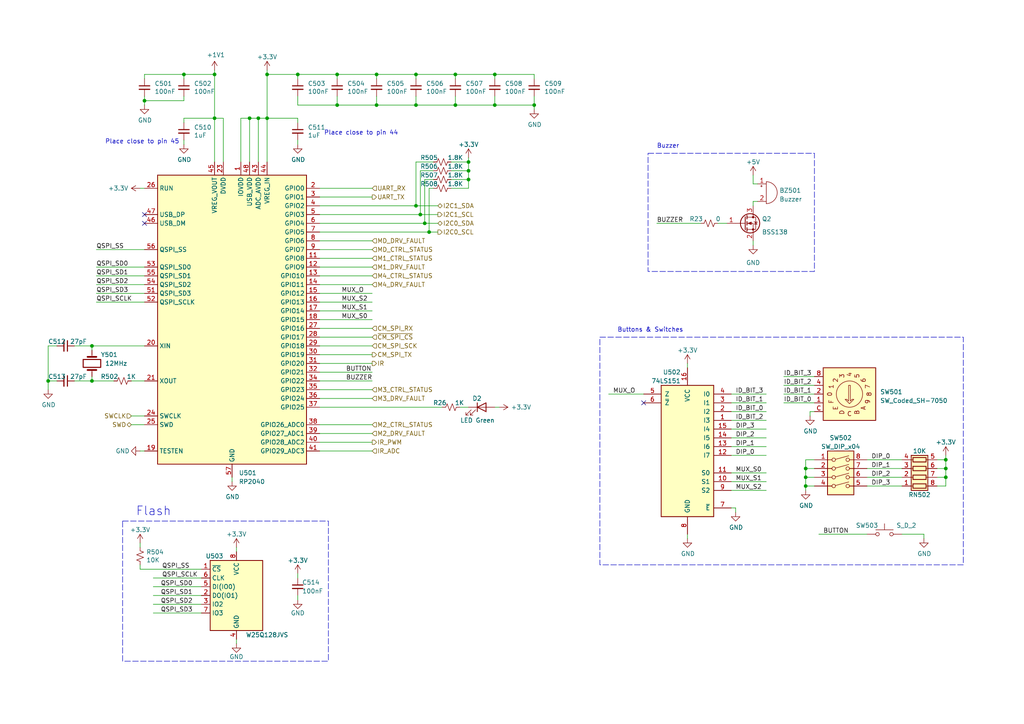
<source format=kicad_sch>
(kicad_sch (version 20230121) (generator eeschema)
  (paper "A4")
  (lib_symbols
    (symbol "74xx:74LS151" (pin_names (offset 1.016))
      (property "Reference" "U" (at -7.62 19.05 0))
      (property "Value" "74LS151" (at -7.62 -21.59 0))
      (symbol "74LS151_1_0"
        (pin input line (at -12.7 7.62 0) (length 5.08) (name "I3") (number "1"))
        (pin input line (at -12.7 -10.16 0) (length 5.08) (name "S1") (number "10"))
        (pin input line (at -12.7 -7.62 0) (length 5.08) (name "S0") (number "11"))
        (pin input line (at -12.7 -2.54 0) (length 5.08) (name "I7") (number "12"))
        (pin input line (at -12.7 0 0) (length 5.08) (name "I6") (number "13"))
        (pin input line (at -12.7 2.54 0) (length 5.08) (name "I5") (number "14"))
        (pin input line (at -12.7 5.08 0) (length 5.08) (name "I4") (number "15"))
        (pin power_in line (at 0 22.86 270) (length 5.08) (name "VCC") (number "16"))
        (pin input line (at -12.7 10.16 0) (length 5.08) (name "I2") (number "2"))
        (pin input line (at -12.7 12.7 0) (length 5.08) (name "I1") (number "3"))
        (pin input line (at -12.7 15.24 0) (length 5.08) (name "I0") (number "4"))
        (pin output line (at 12.7 15.24 180) (length 5.08) (name "Z") (number "5"))
        (pin output line (at 12.7 12.7 180) (length 5.08) (name "~{Z}") (number "6"))
        (pin input line (at -12.7 -17.78 0) (length 5.08) (name "~{E}") (number "7"))
        (pin power_in line (at 0 -25.4 90) (length 5.08) (name "GND") (number "8"))
        (pin input line (at -12.7 -12.7 0) (length 5.08) (name "S2") (number "9"))
      )
      (symbol "74LS151_1_1"
        (rectangle (start -7.62 17.78) (end 7.62 -20.32) (stroke (width 0.254)) (fill (type background)))
      )
    )
    (symbol "Device:Buzzer" (pin_names (offset 0.0254) hide)
      (property "Reference" "BZ" (at 3.81 1.27 0))
      (property "Value" "Buzzer" (at 3.81 -1.27 0))
      (symbol "Buzzer_0_1"
        (arc (start 0 -3.175) (mid 3.1612 0) (end 0 3.175))
        (polyline (pts (xy -1.651 1.905) (xy -1.143 1.905)))
        (polyline (pts (xy -1.397 2.159) (xy -1.397 1.651)))
        (polyline (pts (xy 0 3.175) (xy 0 -3.175)))
      )
      (symbol "Buzzer_1_1"
        (pin passive line (at -2.54 2.54 0) (length 2.54) (name "-") (number "1"))
        (pin passive line (at -2.54 -2.54 0) (length 2.54) (name "+") (number "2"))
      )
    )
    (symbol "Device:C_Small" (pin_numbers hide) (pin_names (offset 0.254) hide)
      (property "Reference" "C" (at 0.254 1.778 0))
      (property "Value" "C_Small" (at 0.254 -2.032 0))
      (symbol "C_Small_0_1"
        (polyline (pts (xy -1.524 -0.508) (xy 1.524 -0.508)) (stroke (width 0.3302)))
        (polyline (pts (xy -1.524 0.508) (xy 1.524 0.508)) (stroke (width 0.3048)))
      )
      (symbol "C_Small_1_1"
        (pin passive line (at 0 2.54 270) (length 2.032) (name "~") (number "1"))
        (pin passive line (at 0 -2.54 90) (length 2.032) (name "~") (number "2"))
      )
    )
    (symbol "Device:Crystal" (pin_numbers hide) (pin_names (offset 1.016) hide)
      (property "Reference" "Y" (at 0 3.81 0))
      (property "Value" "Crystal" (at 0 -3.81 0))
      (symbol "Crystal_0_1"
        (rectangle (start -1.143 2.54) (end 1.143 -2.54) (stroke (width 0.3048)))
        (polyline (pts (xy -2.54 0) (xy -1.905 0)))
        (polyline (pts (xy -1.905 -1.27) (xy -1.905 1.27)) (stroke (width 0.508)))
        (polyline (pts (xy 1.905 -1.27) (xy 1.905 1.27)) (stroke (width 0.508)))
        (polyline (pts (xy 2.54 0) (xy 1.905 0)))
      )
      (symbol "Crystal_1_1"
        (pin passive line (at -3.81 0 0) (length 1.27) (name "1") (number "1"))
        (pin passive line (at 3.81 0 180) (length 1.27) (name "2") (number "2"))
      )
    )
    (symbol "Device:LED" (pin_numbers hide) (pin_names (offset 1.016) hide)
      (property "Reference" "D" (at 0 2.54 0))
      (property "Value" "LED" (at 0 -2.54 0))
      (symbol "LED_0_1"
        (polyline (pts (xy -1.27 -1.27) (xy -1.27 1.27)) (stroke (width 0.254)))
        (polyline (pts (xy -1.27 0) (xy 1.27 0)))
        (polyline (pts (xy 1.27 -1.27) (xy 1.27 1.27) (xy -1.27 0) (xy 1.27 -1.27)) (stroke (width 0.254)))
        (polyline (pts (xy -3.048 -0.762) (xy -4.572 -2.286) (xy -3.81 -2.286) (xy -4.572 -2.286) (xy -4.572 -1.524)))
        (polyline (pts (xy -1.778 -0.762) (xy -3.302 -2.286) (xy -2.54 -2.286) (xy -3.302 -2.286) (xy -3.302 -1.524)))
      )
      (symbol "LED_1_1"
        (pin passive line (at -3.81 0 0) (length 2.54) (name "K") (number "1"))
        (pin passive line (at 3.81 0 180) (length 2.54) (name "A") (number "2"))
      )
    )
    (symbol "Device:R_Pack04" (pin_names (offset 0) hide)
      (property "Reference" "RN" (at -7.62 0 90))
      (property "Value" "R_Pack04" (at 5.08 0 90))
      (symbol "R_Pack04_0_1"
        (rectangle (start -6.35 -2.413) (end 3.81 2.413) (stroke (width 0.254)) (fill (type background)))
        (rectangle (start -5.715 1.905) (end -4.445 -1.905) (stroke (width 0.254)))
        (rectangle (start -3.175 1.905) (end -1.905 -1.905) (stroke (width 0.254)))
        (rectangle (start -0.635 1.905) (end 0.635 -1.905) (stroke (width 0.254)))
        (polyline (pts (xy -5.08 -2.54) (xy -5.08 -1.905)))
        (polyline (pts (xy -5.08 1.905) (xy -5.08 2.54)))
        (polyline (pts (xy -2.54 -2.54) (xy -2.54 -1.905)))
        (polyline (pts (xy -2.54 1.905) (xy -2.54 2.54)))
        (polyline (pts (xy 0 -2.54) (xy 0 -1.905)))
        (polyline (pts (xy 0 1.905) (xy 0 2.54)))
        (polyline (pts (xy 2.54 -2.54) (xy 2.54 -1.905)))
        (polyline (pts (xy 2.54 1.905) (xy 2.54 2.54)))
        (rectangle (start 1.905 1.905) (end 3.175 -1.905) (stroke (width 0.254)))
      )
      (symbol "R_Pack04_1_1"
        (pin passive line (at -5.08 -5.08 90) (length 2.54) (name "R1.1") (number "1"))
        (pin passive line (at -2.54 -5.08 90) (length 2.54) (name "R2.1") (number "2"))
        (pin passive line (at 0 -5.08 90) (length 2.54) (name "R3.1") (number "3"))
        (pin passive line (at 2.54 -5.08 90) (length 2.54) (name "R4.1") (number "4"))
        (pin passive line (at 2.54 5.08 270) (length 2.54) (name "R4.2") (number "5"))
        (pin passive line (at 0 5.08 270) (length 2.54) (name "R3.2") (number "6"))
        (pin passive line (at -2.54 5.08 270) (length 2.54) (name "R2.2") (number "7"))
        (pin passive line (at -5.08 5.08 270) (length 2.54) (name "R1.2") (number "8"))
      )
    )
    (symbol "Device:R_Small_US" (pin_numbers hide) (pin_names (offset 0.254) hide)
      (property "Reference" "R" (at 0.762 0.508 0))
      (property "Value" "R_Small_US" (at 0.762 -1.016 0))
      (symbol "R_Small_US_1_1"
        (polyline (pts (xy 0 0) (xy 1.016 -0.381) (xy 0 -0.762) (xy -1.016 -1.143) (xy 0 -1.524)))
        (polyline (pts (xy 0 1.524) (xy 1.016 1.143) (xy 0 0.762) (xy -1.016 0.381) (xy 0 0)))
        (pin passive line (at 0 2.54 270) (length 1.016) (name "~") (number "1"))
        (pin passive line (at 0 -2.54 90) (length 1.016) (name "~") (number "2"))
      )
    )
    (symbol "MCU_RaspberryPi:RP2040"
      (property "Reference" "U" (at 17.78 45.72 0))
      (property "Value" "RP2040" (at 17.78 43.18 0))
      (symbol "RP2040_0_1"
        (rectangle (start -21.59 41.91) (end 21.59 -41.91) (stroke (width 0.254)) (fill (type background)))
      )
      (symbol "RP2040_1_1"
        (pin power_in line (at 2.54 45.72 270) (length 3.81) (name "IOVDD") (number "1"))
        (pin passive line (at 2.54 45.72 270) (length 3.81) hide (name "IOVDD") (number "10"))
        (pin bidirectional line (at 25.4 17.78 180) (length 3.81) (name "GPIO8") (number "11"))
        (pin bidirectional line (at 25.4 15.24 180) (length 3.81) (name "GPIO9") (number "12"))
        (pin bidirectional line (at 25.4 12.7 180) (length 3.81) (name "GPIO10") (number "13"))
        (pin bidirectional line (at 25.4 10.16 180) (length 3.81) (name "GPIO11") (number "14"))
        (pin bidirectional line (at 25.4 7.62 180) (length 3.81) (name "GPIO12") (number "15"))
        (pin bidirectional line (at 25.4 5.08 180) (length 3.81) (name "GPIO13") (number "16"))
        (pin bidirectional line (at 25.4 2.54 180) (length 3.81) (name "GPIO14") (number "17"))
        (pin bidirectional line (at 25.4 0 180) (length 3.81) (name "GPIO15") (number "18"))
        (pin input line (at -25.4 -38.1 0) (length 3.81) (name "TESTEN") (number "19"))
        (pin bidirectional line (at 25.4 38.1 180) (length 3.81) (name "GPIO0") (number "2"))
        (pin input line (at -25.4 -7.62 0) (length 3.81) (name "XIN") (number "20"))
        (pin passive line (at -25.4 -17.78 0) (length 3.81) (name "XOUT") (number "21"))
        (pin passive line (at 2.54 45.72 270) (length 3.81) hide (name "IOVDD") (number "22"))
        (pin power_in line (at -2.54 45.72 270) (length 3.81) (name "DVDD") (number "23"))
        (pin input line (at -25.4 -27.94 0) (length 3.81) (name "SWCLK") (number "24"))
        (pin bidirectional line (at -25.4 -30.48 0) (length 3.81) (name "SWD") (number "25"))
        (pin input line (at -25.4 38.1 0) (length 3.81) (name "RUN") (number "26"))
        (pin bidirectional line (at 25.4 -2.54 180) (length 3.81) (name "GPIO16") (number "27"))
        (pin bidirectional line (at 25.4 -5.08 180) (length 3.81) (name "GPIO17") (number "28"))
        (pin bidirectional line (at 25.4 -7.62 180) (length 3.81) (name "GPIO18") (number "29"))
        (pin bidirectional line (at 25.4 35.56 180) (length 3.81) (name "GPIO1") (number "3"))
        (pin bidirectional line (at 25.4 -10.16 180) (length 3.81) (name "GPIO19") (number "30"))
        (pin bidirectional line (at 25.4 -12.7 180) (length 3.81) (name "GPIO20") (number "31"))
        (pin bidirectional line (at 25.4 -15.24 180) (length 3.81) (name "GPIO21") (number "32"))
        (pin passive line (at 2.54 45.72 270) (length 3.81) hide (name "IOVDD") (number "33"))
        (pin bidirectional line (at 25.4 -17.78 180) (length 3.81) (name "GPIO22") (number "34"))
        (pin bidirectional line (at 25.4 -20.32 180) (length 3.81) (name "GPIO23") (number "35"))
        (pin bidirectional line (at 25.4 -22.86 180) (length 3.81) (name "GPIO24") (number "36"))
        (pin bidirectional line (at 25.4 -25.4 180) (length 3.81) (name "GPIO25") (number "37"))
        (pin bidirectional line (at 25.4 -30.48 180) (length 3.81) (name "GPIO26_ADC0") (number "38"))
        (pin bidirectional line (at 25.4 -33.02 180) (length 3.81) (name "GPIO27_ADC1") (number "39"))
        (pin bidirectional line (at 25.4 33.02 180) (length 3.81) (name "GPIO2") (number "4"))
        (pin bidirectional line (at 25.4 -35.56 180) (length 3.81) (name "GPIO28_ADC2") (number "40"))
        (pin bidirectional line (at 25.4 -38.1 180) (length 3.81) (name "GPIO29_ADC3") (number "41"))
        (pin passive line (at 2.54 45.72 270) (length 3.81) hide (name "IOVDD") (number "42"))
        (pin power_in line (at 7.62 45.72 270) (length 3.81) (name "ADC_AVDD") (number "43"))
        (pin power_in line (at 10.16 45.72 270) (length 3.81) (name "VREG_IN") (number "44"))
        (pin power_out line (at -5.08 45.72 270) (length 3.81) (name "VREG_VOUT") (number "45"))
        (pin bidirectional line (at -25.4 27.94 0) (length 3.81) (name "USB_DM") (number "46"))
        (pin bidirectional line (at -25.4 30.48 0) (length 3.81) (name "USB_DP") (number "47"))
        (pin power_in line (at 5.08 45.72 270) (length 3.81) (name "USB_VDD") (number "48"))
        (pin passive line (at 2.54 45.72 270) (length 3.81) hide (name "IOVDD") (number "49"))
        (pin bidirectional line (at 25.4 30.48 180) (length 3.81) (name "GPIO3") (number "5"))
        (pin passive line (at -2.54 45.72 270) (length 3.81) hide (name "DVDD") (number "50"))
        (pin bidirectional line (at -25.4 7.62 0) (length 3.81) (name "QSPI_SD3") (number "51"))
        (pin output line (at -25.4 5.08 0) (length 3.81) (name "QSPI_SCLK") (number "52"))
        (pin bidirectional line (at -25.4 15.24 0) (length 3.81) (name "QSPI_SD0") (number "53"))
        (pin bidirectional line (at -25.4 10.16 0) (length 3.81) (name "QSPI_SD2") (number "54"))
        (pin bidirectional line (at -25.4 12.7 0) (length 3.81) (name "QSPI_SD1") (number "55"))
        (pin bidirectional line (at -25.4 20.32 0) (length 3.81) (name "QSPI_SS") (number "56"))
        (pin power_in line (at 0 -45.72 90) (length 3.81) (name "GND") (number "57"))
        (pin bidirectional line (at 25.4 27.94 180) (length 3.81) (name "GPIO4") (number "6"))
        (pin bidirectional line (at 25.4 25.4 180) (length 3.81) (name "GPIO5") (number "7"))
        (pin bidirectional line (at 25.4 22.86 180) (length 3.81) (name "GPIO6") (number "8"))
        (pin bidirectional line (at 25.4 20.32 180) (length 3.81) (name "GPIO7") (number "9"))
      )
    )
    (symbol "Memory_Flash:W25Q128JVS"
      (property "Reference" "U" (at -8.89 8.89 0))
      (property "Value" "W25Q128JVS" (at 7.62 8.89 0))
      (symbol "W25Q128JVS_0_1"
        (rectangle (start -7.62 10.16) (end 7.62 -10.16) (stroke (width 0.254)) (fill (type background)))
      )
      (symbol "W25Q128JVS_1_1"
        (pin input line (at -10.16 7.62 0) (length 2.54) (name "~{CS}") (number "1"))
        (pin bidirectional line (at -10.16 0 0) (length 2.54) (name "DO(IO1)") (number "2"))
        (pin bidirectional line (at -10.16 -2.54 0) (length 2.54) (name "IO2") (number "3"))
        (pin power_in line (at 0 -12.7 90) (length 2.54) (name "GND") (number "4"))
        (pin bidirectional line (at -10.16 2.54 0) (length 2.54) (name "DI(IO0)") (number "5"))
        (pin input line (at -10.16 5.08 0) (length 2.54) (name "CLK") (number "6"))
        (pin bidirectional line (at -10.16 -5.08 0) (length 2.54) (name "IO3") (number "7"))
        (pin power_in line (at 0 12.7 270) (length 2.54) (name "VCC") (number "8"))
      )
    )
    (symbol "Switch:SW_Coded_SH-7050" (pin_names hide)
      (property "Reference" "SW" (at -7.62 8.89 0))
      (property "Value" "SW_Coded_SH-7050" (at -7.62 -8.89 0))
      (symbol "SW_Coded_SH-7050_0_0"
        (text "0" (at 5.715 0 2700) (effects (font (size 1.27 1.27))))
        (text "1" (at 5.2832 -2.1844 2475) (effects (font (size 1.27 1.27))))
        (text "2" (at 4.0386 -4.0386 2250) (effects (font (size 1.27 1.27))))
        (text "3" (at 2.1844 -5.2832 2025) (effects (font (size 1.27 1.27))))
        (text "4" (at 0 -5.715 1800) (effects (font (size 1.27 1.27))))
        (text "5" (at -2.1844 -5.2832 1575) (effects (font (size 1.27 1.27))))
        (text "6" (at -4.0386 -4.0386 1350) (effects (font (size 1.27 1.27))))
        (text "7" (at -5.2832 -2.1844 1125) (effects (font (size 1.27 1.27))))
        (text "8" (at -5.715 0 900) (effects (font (size 1.27 1.27))))
        (text "9" (at -5.2832 2.1844 675) (effects (font (size 1.27 1.27))))
        (text "A" (at -4.0386 4.0386 450) (effects (font (size 1.27 1.27))))
        (text "B" (at -2.1844 5.2832 225) (effects (font (size 1.27 1.27))))
        (text "C" (at 0 5.715 0) (effects (font (size 1.27 1.27))))
        (text "D" (at 2.1844 5.2832 3375) (effects (font (size 1.27 1.27))))
        (text "E" (at 4.0386 4.0386 3150) (effects (font (size 1.27 1.27))))
        (text "F" (at 5.2832 2.1844 2925) (effects (font (size 1.27 1.27))))
      )
      (symbol "SW_Coded_SH-7050_0_1"
        (polyline (pts (xy -0.254 -2.54) (xy -0.254 2.032) (xy -0.762 1.524) (xy -1.27 1.524) (xy 0 2.794) (xy 1.27 1.524) (xy 0.762 1.524) (xy 0.254 2.032) (xy 0.254 -2.54) (xy -0.254 -2.54) (xy -0.254 -2.54)))
        (circle (center 0 0) (radius 3.81))
        (rectangle (start 7.62 7.62) (end -7.62 -7.62) (stroke (width 0.254)) (fill (type background)))
      )
      (symbol "SW_Coded_SH-7050_1_1"
        (pin passive line (at 10.16 2.54 180) (length 2.54) (name "1") (number "1"))
        (pin passive line (at 10.16 0 180) (length 2.54) (name "2") (number "2"))
        (pin passive line (at 10.16 -2.54 180) (length 2.54) (name "4") (number "4"))
        (pin passive line (at 10.16 -5.08 180) (length 2.54) (name "8") (number "8"))
        (pin passive line (at 10.16 5.08 180) (length 2.54) (name "C") (number "C"))
      )
    )
    (symbol "Switch:SW_DIP_x04" (pin_names (offset 0) hide)
      (property "Reference" "SW" (at 0 8.89 0))
      (property "Value" "SW_DIP_x04" (at 0 -6.35 0))
      (symbol "SW_DIP_x04_0_0"
        (circle (center -2.032 -2.54) (radius 0.508))
        (circle (center -2.032 0) (radius 0.508))
        (circle (center -2.032 2.54) (radius 0.508))
        (circle (center -2.032 5.08) (radius 0.508))
        (polyline (pts (xy -1.524 -2.3876) (xy 2.3622 -1.3462)))
        (polyline (pts (xy -1.524 0.127) (xy 2.3622 1.1684)))
        (polyline (pts (xy -1.524 2.667) (xy 2.3622 3.7084)))
        (polyline (pts (xy -1.524 5.207) (xy 2.3622 6.2484)))
        (circle (center 2.032 -2.54) (radius 0.508))
        (circle (center 2.032 0) (radius 0.508))
        (circle (center 2.032 2.54) (radius 0.508))
        (circle (center 2.032 5.08) (radius 0.508))
      )
      (symbol "SW_DIP_x04_0_1"
        (rectangle (start -3.81 7.62) (end 3.81 -5.08) (stroke (width 0.254)) (fill (type background)))
      )
      (symbol "SW_DIP_x04_1_1"
        (pin passive line (at -7.62 5.08 0) (length 5.08) (name "~") (number "1"))
        (pin passive line (at -7.62 2.54 0) (length 5.08) (name "~") (number "2"))
        (pin passive line (at -7.62 0 0) (length 5.08) (name "~") (number "3"))
        (pin passive line (at -7.62 -2.54 0) (length 5.08) (name "~") (number "4"))
        (pin passive line (at 7.62 -2.54 180) (length 5.08) (name "~") (number "5"))
        (pin passive line (at 7.62 0 180) (length 5.08) (name "~") (number "6"))
        (pin passive line (at 7.62 2.54 180) (length 5.08) (name "~") (number "7"))
        (pin passive line (at 7.62 5.08 180) (length 5.08) (name "~") (number "8"))
      )
    )
    (symbol "Switch:SW_Push" (pin_numbers hide) (pin_names (offset 1.016) hide)
      (property "Reference" "SW" (at 1.27 2.54 0))
      (property "Value" "SW_Push" (at 0 -1.524 0))
      (symbol "SW_Push_0_1"
        (circle (center -2.032 0) (radius 0.508))
        (polyline (pts (xy 0 1.27) (xy 0 3.048)))
        (polyline (pts (xy 2.54 1.27) (xy -2.54 1.27)))
        (circle (center 2.032 0) (radius 0.508))
        (pin passive line (at -5.08 0 0) (length 2.54) (name "1") (number "1"))
        (pin passive line (at 5.08 0 180) (length 2.54) (name "2") (number "2"))
      )
    )
    (symbol "Transistor_FET:BSS138" (pin_names hide)
      (property "Reference" "Q" (at 5.08 1.905 0))
      (property "Value" "BSS138" (at 5.08 0 0))
      (symbol "BSS138_0_1"
        (polyline (pts (xy 0.254 0) (xy -2.54 0)))
        (polyline (pts (xy 0.254 1.905) (xy 0.254 -1.905)) (stroke (width 0.254)))
        (polyline (pts (xy 0.762 -1.27) (xy 0.762 -2.286)) (stroke (width 0.254)))
        (polyline (pts (xy 0.762 0.508) (xy 0.762 -0.508)) (stroke (width 0.254)))
        (polyline (pts (xy 0.762 2.286) (xy 0.762 1.27)) (stroke (width 0.254)))
        (polyline (pts (xy 2.54 2.54) (xy 2.54 1.778)))
        (polyline (pts (xy 2.54 -2.54) (xy 2.54 0) (xy 0.762 0)))
        (polyline (pts (xy 0.762 -1.778) (xy 3.302 -1.778) (xy 3.302 1.778) (xy 0.762 1.778)))
        (polyline (pts (xy 1.016 0) (xy 2.032 0.381) (xy 2.032 -0.381) (xy 1.016 0)) (fill (type outline)))
        (polyline (pts (xy 2.794 0.508) (xy 2.921 0.381) (xy 3.683 0.381) (xy 3.81 0.254)))
        (polyline (pts (xy 3.302 0.381) (xy 2.921 -0.254) (xy 3.683 -0.254) (xy 3.302 0.381)))
        (circle (center 1.651 0) (radius 2.794) (stroke (width 0.254)))
        (circle (center 2.54 -1.778) (radius 0.254) (fill (type outline)))
        (circle (center 2.54 1.778) (radius 0.254) (fill (type outline)))
      )
      (symbol "BSS138_1_1"
        (pin input line (at -5.08 0 0) (length 2.54) (name "G") (number "1"))
        (pin passive line (at 2.54 -5.08 90) (length 2.54) (name "S") (number "2"))
        (pin passive line (at 2.54 5.08 270) (length 2.54) (name "D") (number "3"))
      )
    )
    (symbol "power:+1V1" (power) (pin_names (offset 0))
      (property "Value" "+1V1" (at 0 3.556 0))
      (symbol "+1V1_0_1"
        (polyline (pts (xy -0.762 1.27) (xy 0 2.54)))
        (polyline (pts (xy 0 0) (xy 0 2.54)))
        (polyline (pts (xy 0 2.54) (xy 0.762 1.27)))
      )
      (symbol "+1V1_1_1"
        (pin power_in line (at 0 0 90) (length 0) hide (name "+1V1") (number "1"))
      )
    )
    (symbol "power:+3.3V" (power) (pin_names (offset 0))
      (property "Value" "+3.3V" (at 0 3.556 0))
      (symbol "+3.3V_0_1"
        (polyline (pts (xy -0.762 1.27) (xy 0 2.54)))
        (polyline (pts (xy 0 0) (xy 0 2.54)))
        (polyline (pts (xy 0 2.54) (xy 0.762 1.27)))
      )
      (symbol "+3.3V_1_1"
        (pin power_in line (at 0 0 90) (length 0) hide (name "+3.3V") (number "1"))
      )
    )
    (symbol "power:+5V" (power) (pin_names (offset 0))
      (property "Value" "+5V" (at 0 3.556 0))
      (symbol "+5V_0_1"
        (polyline (pts (xy -0.762 1.27) (xy 0 2.54)))
        (polyline (pts (xy 0 0) (xy 0 2.54)))
        (polyline (pts (xy 0 2.54) (xy 0.762 1.27)))
      )
      (symbol "+5V_1_1"
        (pin power_in line (at 0 0 90) (length 0) hide (name "+5V") (number "1"))
      )
    )
    (symbol "power:GND" (power) (pin_names (offset 0))
      (property "Value" "GND" (at 0 -3.81 0))
      (symbol "GND_0_1"
        (polyline (pts (xy 0 0) (xy 0 -1.27) (xy 1.27 -1.27) (xy 0 -2.54) (xy -1.27 -1.27) (xy 0 -1.27)))
      )
      (symbol "GND_1_1"
        (pin power_in line (at 0 0 270) (length 0) hide (name "GND") (number "1"))
      )
    )
  )
  (junction (at 154.94 30.48))
  (junction (at 109.22 21.59))
  (junction (at 41.91 29.21))
  (junction (at 97.79 21.59))
  (junction (at 62.23 34.29))
  (junction (at 77.47 21.59))
  (junction (at 120.65 59.69))
  (junction (at 233.68 135.89))
  (junction (at 120.65 30.48))
  (junction (at 274.32 133.35))
  (junction (at 233.68 138.43))
  (junction (at 135.89 46.99))
  (junction (at 72.39 34.29))
  (junction (at 86.36 21.59))
  (junction (at 109.22 30.48))
  (junction (at 97.79 30.48))
  (junction (at 77.47 34.29))
  (junction (at 135.89 52.07))
  (junction (at 132.08 30.48))
  (junction (at 62.23 21.59))
  (junction (at 123.19 64.77))
  (junction (at 13.97 110.49))
  (junction (at 135.89 49.53))
  (junction (at 124.46 67.31))
  (junction (at 74.93 34.29))
  (junction (at 274.32 138.43))
  (junction (at 53.34 21.59))
  (junction (at 143.51 30.48))
  (junction (at 121.92 62.23))
  (junction (at 143.51 21.59))
  (junction (at 26.67 100.33))
  (junction (at 233.68 140.97))
  (junction (at 26.67 110.49))
  (junction (at 132.08 21.59))
  (junction (at 120.65 21.59))
  (junction (at 274.32 135.89))
  (no_connect (at 41.91 62.23))
  (no_connect (at 186.69 116.84))
  (no_connect (at 41.91 64.77))
  (wire (pts (xy 251.46 133.35) (xy 261.62 133.35)))
  (wire (pts (xy 74.93 34.29) (xy 77.47 34.29)))
  (wire (pts (xy 125.73 52.07) (xy 123.19 52.07)))
  (wire (pts (xy 274.32 138.43) (xy 274.32 135.89)))
  (wire (pts (xy 212.09 119.38) (xy 222.25 119.38)))
  (wire (pts (xy 271.78 140.97) (xy 274.32 140.97)))
  (wire (pts (xy 92.71 118.11) (xy 128.27 118.11)))
  (wire (pts (xy 274.32 135.89) (xy 274.32 133.35)))
  (wire (pts (xy 120.65 27.94) (xy 120.65 30.48)))
  (wire (pts (xy 41.91 22.86) (xy 41.91 21.59)))
  (wire (pts (xy 92.71 100.33) (xy 107.95 100.33)))
  (wire (pts (xy 154.94 27.94) (xy 154.94 30.48)))
  (wire (pts (xy 219.71 58.42) (xy 218.44 58.42)))
  (wire (pts (xy 92.71 123.19) (xy 107.95 123.19)))
  (wire (pts (xy 40.64 165.1) (xy 58.42 165.1)))
  (wire (pts (xy 109.22 30.48) (xy 97.79 30.48)))
  (wire (pts (xy 135.89 52.07) (xy 135.89 49.53)))
  (wire (pts (xy 64.77 46.99) (xy 64.77 34.29)))
  (wire (pts (xy 92.71 72.39) (xy 107.95 72.39)))
  (wire (pts (xy 125.73 46.99) (xy 120.65 46.99)))
  (wire (pts (xy 26.67 109.22) (xy 26.67 110.49)))
  (wire (pts (xy 92.71 105.41) (xy 107.95 105.41)))
  (wire (pts (xy 40.64 157.48) (xy 40.64 158.75)))
  (wire (pts (xy 92.71 80.01) (xy 107.95 80.01)))
  (wire (pts (xy 77.47 34.29) (xy 77.47 46.99)))
  (wire (pts (xy 62.23 20.32) (xy 62.23 21.59)))
  (wire (pts (xy 120.65 21.59) (xy 132.08 21.59)))
  (wire (pts (xy 143.51 22.86) (xy 143.51 21.59)))
  (wire (pts (xy 212.09 137.16) (xy 222.25 137.16)))
  (wire (pts (xy 233.68 133.35) (xy 233.68 135.89)))
  (wire (pts (xy 271.78 138.43) (xy 274.32 138.43)))
  (wire (pts (xy 92.71 57.15) (xy 107.95 57.15)))
  (wire (pts (xy 218.44 69.85) (xy 218.44 71.12)))
  (wire (pts (xy 135.89 46.99) (xy 135.89 45.72)))
  (wire (pts (xy 92.71 62.23) (xy 121.92 62.23)))
  (wire (pts (xy 143.51 27.94) (xy 143.51 30.48)))
  (wire (pts (xy 92.71 59.69) (xy 120.65 59.69)))
  (wire (pts (xy 41.91 72.39) (xy 27.94 72.39)))
  (wire (pts (xy 135.89 54.61) (xy 135.89 52.07)))
  (wire (pts (xy 120.65 30.48) (xy 109.22 30.48)))
  (wire (pts (xy 41.91 29.21) (xy 53.34 29.21)))
  (wire (pts (xy 227.33 114.3) (xy 236.22 114.3)))
  (wire (pts (xy 213.36 147.32) (xy 213.36 148.59)))
  (wire (pts (xy 41.91 87.63) (xy 27.94 87.63)))
  (wire (pts (xy 132.08 21.59) (xy 143.51 21.59)))
  (wire (pts (xy 44.45 172.72) (xy 58.42 172.72)))
  (wire (pts (xy 77.47 21.59) (xy 86.36 21.59)))
  (wire (pts (xy 199.39 105.41) (xy 199.39 106.68)))
  (wire (pts (xy 274.32 140.97) (xy 274.32 138.43)))
  (wire (pts (xy 124.46 67.31) (xy 127 67.31)))
  (wire (pts (xy 233.68 138.43) (xy 236.22 138.43)))
  (wire (pts (xy 40.64 163.83) (xy 40.64 165.1)))
  (wire (pts (xy 125.73 49.53) (xy 121.92 49.53)))
  (wire (pts (xy 41.91 120.65) (xy 38.1 120.65)))
  (wire (pts (xy 92.71 87.63) (xy 107.95 87.63)))
  (wire (pts (xy 62.23 21.59) (xy 62.23 34.29)))
  (wire (pts (xy 26.67 101.6) (xy 26.67 100.33)))
  (wire (pts (xy 132.08 30.48) (xy 120.65 30.48)))
  (wire (pts (xy 72.39 46.99) (xy 72.39 34.29)))
  (wire (pts (xy 92.71 92.71) (xy 107.95 92.71)))
  (wire (pts (xy 212.09 129.54) (xy 222.25 129.54)))
  (wire (pts (xy 121.92 62.23) (xy 127 62.23)))
  (wire (pts (xy 233.68 135.89) (xy 236.22 135.89)))
  (wire (pts (xy 67.31 138.43) (xy 67.31 139.7)))
  (wire (pts (xy 212.09 147.32) (xy 213.36 147.32)))
  (wire (pts (xy 92.71 115.57) (xy 107.95 115.57)))
  (wire (pts (xy 251.46 135.89) (xy 261.62 135.89)))
  (wire (pts (xy 92.71 113.03) (xy 107.95 113.03)))
  (wire (pts (xy 13.97 110.49) (xy 13.97 113.03)))
  (wire (pts (xy 86.36 35.56) (xy 86.36 34.29)))
  (wire (pts (xy 86.36 21.59) (xy 97.79 21.59)))
  (wire (pts (xy 92.71 97.79) (xy 107.95 97.79)))
  (wire (pts (xy 120.65 59.69) (xy 127 59.69)))
  (wire (pts (xy 218.44 53.34) (xy 219.71 53.34)))
  (wire (pts (xy 92.71 128.27) (xy 107.95 128.27)))
  (wire (pts (xy 233.68 135.89) (xy 233.68 138.43)))
  (wire (pts (xy 120.65 46.99) (xy 120.65 59.69)))
  (wire (pts (xy 109.22 21.59) (xy 120.65 21.59)))
  (wire (pts (xy 236.22 119.38) (xy 234.95 119.38)))
  (wire (pts (xy 53.34 34.29) (xy 53.34 35.56)))
  (wire (pts (xy 44.45 175.26) (xy 58.42 175.26)))
  (wire (pts (xy 40.64 54.61) (xy 41.91 54.61)))
  (wire (pts (xy 227.33 116.84) (xy 236.22 116.84)))
  (wire (pts (xy 86.36 40.64) (xy 86.36 41.91)))
  (wire (pts (xy 41.91 29.21) (xy 41.91 30.48)))
  (wire (pts (xy 26.67 100.33) (xy 41.91 100.33)))
  (wire (pts (xy 218.44 50.8) (xy 218.44 53.34)))
  (wire (pts (xy 86.36 172.72) (xy 86.36 173.99)))
  (wire (pts (xy 237.49 154.94) (xy 251.46 154.94)))
  (wire (pts (xy 92.71 110.49) (xy 107.95 110.49)))
  (wire (pts (xy 92.71 67.31) (xy 124.46 67.31)))
  (wire (pts (xy 16.51 110.49) (xy 13.97 110.49)))
  (wire (pts (xy 154.94 30.48) (xy 154.94 31.75)))
  (wire (pts (xy 109.22 22.86) (xy 109.22 21.59)))
  (wire (pts (xy 41.91 130.81) (xy 40.64 130.81)))
  (wire (pts (xy 233.68 140.97) (xy 236.22 140.97)))
  (wire (pts (xy 135.89 118.11) (xy 133.35 118.11)))
  (wire (pts (xy 130.81 46.99) (xy 135.89 46.99)))
  (wire (pts (xy 135.89 49.53) (xy 135.89 46.99)))
  (wire (pts (xy 53.34 22.86) (xy 53.34 21.59)))
  (wire (pts (xy 212.09 142.24) (xy 222.25 142.24)))
  (wire (pts (xy 92.71 54.61) (xy 107.95 54.61)))
  (wire (pts (xy 227.33 109.22) (xy 236.22 109.22)))
  (wire (pts (xy 92.71 69.85) (xy 107.95 69.85)))
  (wire (pts (xy 26.67 110.49) (xy 33.02 110.49)))
  (wire (pts (xy 144.78 118.11) (xy 143.51 118.11)))
  (wire (pts (xy 92.71 107.95) (xy 107.95 107.95)))
  (wire (pts (xy 212.09 132.08) (xy 222.25 132.08)))
  (wire (pts (xy 92.71 102.87) (xy 107.95 102.87)))
  (wire (pts (xy 69.85 46.99) (xy 69.85 34.29)))
  (wire (pts (xy 72.39 34.29) (xy 74.93 34.29)))
  (wire (pts (xy 97.79 27.94) (xy 97.79 30.48)))
  (wire (pts (xy 212.09 139.7) (xy 222.25 139.7)))
  (wire (pts (xy 212.09 121.92) (xy 222.25 121.92)))
  (wire (pts (xy 123.19 52.07) (xy 123.19 64.77)))
  (wire (pts (xy 92.71 64.77) (xy 123.19 64.77)))
  (wire (pts (xy 92.71 90.17) (xy 107.95 90.17)))
  (wire (pts (xy 271.78 133.35) (xy 274.32 133.35)))
  (wire (pts (xy 233.68 138.43) (xy 233.68 140.97)))
  (wire (pts (xy 109.22 27.94) (xy 109.22 30.48)))
  (wire (pts (xy 53.34 21.59) (xy 62.23 21.59)))
  (wire (pts (xy 251.46 140.97) (xy 261.62 140.97)))
  (wire (pts (xy 143.51 30.48) (xy 132.08 30.48)))
  (wire (pts (xy 92.71 95.25) (xy 107.95 95.25)))
  (wire (pts (xy 132.08 22.86) (xy 132.08 21.59)))
  (wire (pts (xy 123.19 64.77) (xy 127 64.77)))
  (wire (pts (xy 176.53 114.3) (xy 186.69 114.3)))
  (wire (pts (xy 212.09 124.46) (xy 222.25 124.46)))
  (wire (pts (xy 212.09 127) (xy 222.25 127)))
  (wire (pts (xy 199.39 154.94) (xy 199.39 156.21)))
  (wire (pts (xy 121.92 49.53) (xy 121.92 62.23)))
  (wire (pts (xy 16.51 100.33) (xy 13.97 100.33)))
  (wire (pts (xy 44.45 177.8) (xy 58.42 177.8)))
  (wire (pts (xy 44.45 170.18) (xy 58.42 170.18)))
  (wire (pts (xy 267.97 154.94) (xy 267.97 156.21)))
  (wire (pts (xy 236.22 133.35) (xy 233.68 133.35)))
  (wire (pts (xy 92.71 74.93) (xy 107.95 74.93)))
  (wire (pts (xy 41.91 123.19) (xy 38.1 123.19)))
  (wire (pts (xy 218.44 58.42) (xy 218.44 59.69)))
  (wire (pts (xy 77.47 20.32) (xy 77.47 21.59)))
  (wire (pts (xy 143.51 21.59) (xy 154.94 21.59)))
  (wire (pts (xy 68.58 185.42) (xy 68.58 186.69)))
  (wire (pts (xy 53.34 29.21) (xy 53.34 27.94)))
  (wire (pts (xy 125.73 54.61) (xy 124.46 54.61)))
  (wire (pts (xy 74.93 46.99) (xy 74.93 34.29)))
  (wire (pts (xy 124.46 54.61) (xy 124.46 67.31)))
  (wire (pts (xy 86.36 166.37) (xy 86.36 167.64)))
  (wire (pts (xy 53.34 34.29) (xy 62.23 34.29)))
  (wire (pts (xy 77.47 34.29) (xy 86.36 34.29)))
  (wire (pts (xy 227.33 111.76) (xy 236.22 111.76)))
  (wire (pts (xy 27.94 82.55) (xy 41.91 82.55)))
  (wire (pts (xy 86.36 22.86) (xy 86.36 21.59)))
  (wire (pts (xy 97.79 21.59) (xy 109.22 21.59)))
  (wire (pts (xy 92.71 77.47) (xy 107.95 77.47)))
  (wire (pts (xy 143.51 30.48) (xy 154.94 30.48)))
  (wire (pts (xy 234.95 119.38) (xy 234.95 120.65)))
  (wire (pts (xy 130.81 52.07) (xy 135.89 52.07)))
  (wire (pts (xy 38.1 110.49) (xy 41.91 110.49)))
  (wire (pts (xy 92.71 85.09) (xy 107.95 85.09)))
  (wire (pts (xy 92.71 82.55) (xy 107.95 82.55)))
  (wire (pts (xy 44.45 167.64) (xy 58.42 167.64)))
  (wire (pts (xy 77.47 21.59) (xy 77.47 34.29)))
  (wire (pts (xy 274.32 133.35) (xy 274.32 132.08)))
  (wire (pts (xy 68.58 158.75) (xy 68.58 160.02)))
  (wire (pts (xy 233.68 140.97) (xy 233.68 142.24)))
  (wire (pts (xy 21.59 110.49) (xy 26.67 110.49)))
  (wire (pts (xy 27.94 80.01) (xy 41.91 80.01)))
  (wire (pts (xy 92.71 130.81) (xy 107.95 130.81)))
  (wire (pts (xy 27.94 85.09) (xy 41.91 85.09)))
  (wire (pts (xy 251.46 138.43) (xy 261.62 138.43)))
  (wire (pts (xy 53.34 40.64) (xy 53.34 41.91)))
  (wire (pts (xy 271.78 135.89) (xy 274.32 135.89)))
  (wire (pts (xy 212.09 116.84) (xy 222.25 116.84)))
  (wire (pts (xy 27.94 77.47) (xy 41.91 77.47)))
  (wire (pts (xy 13.97 100.33) (xy 13.97 110.49)))
  (wire (pts (xy 130.81 54.61) (xy 135.89 54.61)))
  (wire (pts (xy 41.91 21.59) (xy 53.34 21.59)))
  (wire (pts (xy 92.71 125.73) (xy 107.95 125.73)))
  (wire (pts (xy 97.79 22.86) (xy 97.79 21.59)))
  (wire (pts (xy 261.62 154.94) (xy 267.97 154.94)))
  (wire (pts (xy 208.28 64.77) (xy 210.82 64.77)))
  (wire (pts (xy 132.08 27.94) (xy 132.08 30.48)))
  (wire (pts (xy 120.65 22.86) (xy 120.65 21.59)))
  (wire (pts (xy 190.5 64.77) (xy 203.2 64.77)))
  (wire (pts (xy 69.85 34.29) (xy 72.39 34.29)))
  (wire (pts (xy 41.91 27.94) (xy 41.91 29.21)))
  (wire (pts (xy 62.23 34.29) (xy 62.23 46.99)))
  (wire (pts (xy 130.81 49.53) (xy 135.89 49.53)))
  (wire (pts (xy 212.09 114.3) (xy 222.25 114.3)))
  (wire (pts (xy 154.94 22.86) (xy 154.94 21.59)))
  (wire (pts (xy 21.59 100.33) (xy 26.67 100.33)))
  (wire (pts (xy 86.36 27.94) (xy 86.36 30.48)))
  (wire (pts (xy 64.77 34.29) (xy 62.23 34.29)))
  (wire (pts (xy 97.79 30.48) (xy 86.36 30.48)))
  (rectangle (start 187.96 44.45) (end 236.22 78.74) (stroke (width 0) (type dash)))
  (rectangle (start 173.99 97.79) (end 279.4 163.83) (stroke (width 0) (type dash)))
  (rectangle (start 35.56 151.13) (end 95.25 191.77) (stroke (width 0) (type dash)))
  (text "Place close to pin 44" (at 93.98 39.37 0) (effects (font (size 1.27 1.27)) (justify left bottom)))
  (text "Flash" (at 39.37 149.86 0) (effects (font (size 2.54 2.54)) (justify left bottom)))
  (text "Place close to pin 45" (at 30.48 41.91 0) (effects (font (size 1.27 1.27)) (justify left bottom)))
  (text "Buttons & Switches" (at 179.07 96.52 0) (effects (font (size 1.27 1.27)) (justify left bottom)))
  (text "Buzzer" (at 190.5 43.18 0) (effects (font (size 1.27 1.27)) (justify left bottom)))
  (label "MUX_S1" (at 99.06 90.17 0))
  (label "QSPI_SD2" (at 55.88 175.26 180))
  (label "QSPI_SCLK" (at 27.94 87.63 0))
  (label "DIP_1" (at 252.73 135.89 0))
  (label "BUZZER" (at 190.5 64.77 0))
  (label "ID_BIT_1" (at 213.36 116.84 0))
  (label "ID_BIT_0" (at 213.36 119.38 0))
  (label "DIP_3" (at 213.36 124.46 0))
  (label "MUX_S2" (at 213.36 142.24 0))
  (label "DIP_1" (at 213.36 129.54 0))
  (label "ID_BIT_0" (at 227.33 116.84 0))
  (label "MUX_O" (at 99.06 85.09 0))
  (label "DIP_2" (at 213.36 127 0))
  (label "DIP_3" (at 252.73 140.97 0))
  (label "MUX_S0" (at 99.06 92.71 0))
  (label "ID_BIT_3" (at 213.36 114.3 0))
  (label "MUX_S2" (at 99.06 87.63 0))
  (label "MUX_O" (at 177.8 114.3 0))
  (label "QSPI_SD2" (at 27.94 82.55 0))
  (label "QSPI_SD3" (at 55.88 177.8 180))
  (label "BUZZER" (at 100.33 110.49 0))
  (label "MUX_S0" (at 213.36 137.16 0))
  (label "QSPI_SS" (at 46.99 165.1 0))
  (label "QSPI_SD0" (at 55.88 170.18 180))
  (label "QSPI_SD3" (at 27.94 85.09 0))
  (label "QSPI_SD0" (at 27.94 77.47 0))
  (label "MUX_S1" (at 213.36 139.7 0))
  (label "ID_BIT_2" (at 213.36 121.92 0))
  (label "BUTTON" (at 238.76 154.94 0))
  (label "QSPI_SD1" (at 27.94 80.01 0))
  (label "QSPI_SCLK" (at 46.99 167.64 0))
  (label "ID_BIT_2" (at 227.33 111.76 0))
  (label "DIP_0" (at 252.73 133.35 0))
  (label "BUTTON" (at 100.33 107.95 0))
  (label "QSPI_SD1" (at 55.88 172.72 180))
  (label "ID_BIT_1" (at 227.33 114.3 0))
  (label "DIP_0" (at 213.36 132.08 0))
  (label "DIP_2" (at 252.73 138.43 0))
  (label "ID_BIT_3" (at 227.33 109.22 0))
  (label "QSPI_SS" (at 27.94 72.39 0))
  (hierarchical_label "IR_ADC" (shape input) (at 107.95 130.81 0))
  (hierarchical_label "UART_RX" (shape input) (at 107.95 54.61 0))
  (hierarchical_label "I2C1_SDA" (shape bidirectional) (at 127 59.69 0))
  (hierarchical_label "M1_CTRL_STATUS" (shape input) (at 107.95 74.93 0))
  (hierarchical_label "CM_SPI_RX" (shape input) (at 107.95 95.25 0))
  (hierarchical_label "~{CM_SPI_CS}" (shape input) (at 107.95 97.79 0))
  (hierarchical_label "IR_PWM" (shape output) (at 107.95 128.27 0))
  (hierarchical_label "M4_CTRL_STATUS" (shape input) (at 107.95 80.01 0))
  (hierarchical_label "MD_CTRL_STATUS" (shape input) (at 107.95 72.39 0))
  (hierarchical_label "SWD" (shape bidirectional) (at 38.1 123.19 180))
  (hierarchical_label "M4_DRV_FAULT" (shape input) (at 107.95 82.55 0))
  (hierarchical_label "CM_SPI_TX" (shape output) (at 107.95 102.87 0))
  (hierarchical_label "M3_DRV_FAULT" (shape input) (at 107.95 115.57 0))
  (hierarchical_label "I2C1_SCL" (shape output) (at 127 62.23 0))
  (hierarchical_label "MD_DRV_FAULT" (shape input) (at 107.95 69.85 0))
  (hierarchical_label "I2C0_SCL" (shape output) (at 127 67.31 0))
  (hierarchical_label "M3_CTRL_STATUS" (shape input) (at 107.95 113.03 0))
  (hierarchical_label "CM_SPI_SCK" (shape input) (at 107.95 100.33 0))
  (hierarchical_label "SWCLK" (shape input) (at 38.1 120.65 180))
  (hierarchical_label "M1_DRV_FAULT" (shape input) (at 107.95 77.47 0))
  (hierarchical_label "M2_CTRL_STATUS" (shape input) (at 107.95 123.19 0))
  (hierarchical_label "UART_TX" (shape output) (at 107.95 57.15 0))
  (hierarchical_label "IR" (shape output) (at 107.95 105.41 0))
  (hierarchical_label "M2_DRV_FAULT" (shape input) (at 107.95 125.73 0))
  (hierarchical_label "I2C0_SDA" (shape bidirectional) (at 127 64.77 0))
  (symbol (lib_id "power:GND") (at 67.31 139.7 0) (unit 1)
    (property "Reference" "#PWR0517" (effects hide))
    (property "Value" "GND" (at 67.437 144.0942 0))
    (instances (project "main-board" (path "" (reference "#PWR0517") (unit 1))) (project "RP2040_minimal" (path "" (reference "#PWR016") (unit 1))))
  )
  (symbol (lib_id "power:GND") (at 233.68 142.24 0) (unit 1)
    (property "Reference" "#PWR0518" (effects hide))
    (property "Value" "GND" (at 233.807 146.6342 0))
    (instances (project "main-board" (path "" (reference "#PWR0518") (unit 1))) (project "RP2040_minimal" (path "" (reference "#PWR023") (unit 1))))
  )
  (symbol (lib_id "power:GND") (at 234.95 120.65 0) (unit 1)
    (property "Reference" "#PWR0514" (effects hide))
    (property "Value" "GND" (at 235.077 125.0442 0))
    (instances (project "main-board" (path "" (reference "#PWR0514") (unit 1))) (project "RP2040_minimal" (path "" (reference "#PWR023") (unit 1))))
  )
  (symbol (lib_id "power:GND") (at 154.94 31.75 0) (unit 1)
    (property "Reference" "#PWR0504" (effects hide))
    (property "Value" "GND" (at 155.067 36.1442 0))
    (instances (project "main-board" (path "" (reference "#PWR0504") (unit 1))) (project "RP2040_minimal" (path "" (reference "#PWR023") (unit 1))))
  )
  (symbol (lib_id "Device:R_Small_US") (at 130.81 118.11 90) (unit 1)
    (property "Reference" "R26" (at 129.54 116.84 90) (effects (justify left)))
    (property "Value" "1K" (at 134.62 116.84 90) (effects (justify left)))
    (property "Footprint" "Resistor_SMD:R_0603_1608Metric" (effects hide))
    (property "MPN" "RC0603FR-101KL" (effects hide))
    (instances (project "main-board" (path "" (reference "R26") (unit 1)) (path "" (reference "R503") (unit 1))) (project "CM4IOv5" (path "" (reference "R1") (unit 1))))
  )
  (symbol (lib_id "Device:R_Small_US") (at 128.27 54.61 270) (unit 1)
    (property "Reference" "R508" (at 124.46 53.34 90))
    (property "Value" "1.8K" (at 132.08 53.34 90))
    (property "Footprint" "Resistor_SMD:R_0603_1608Metric" (effects hide))
    (instances (project "main-board" (path "" (reference "R508") (unit 1))) (project "RP2040_minimal" (path "" (reference "R5") (unit 1))))
  )
  (symbol (lib_id "Device:Crystal") (at 26.67 105.41 270) (unit 1)
    (property "Reference" "Y501" (at 29.21 102.87 90) (effects (justify left)))
    (property "Value" "12MHz" (at 30.48 105.41 90) (effects (justify left)))
    (property "Footprint" "Crystal:Crystal_SMD_5032-2Pin_5.0x3.2mm" (effects hide))
    (property "MPN" "445C25D12M00000" (effects hide))
    (instances (project "main-board" (path "" (reference "Y501") (unit 1))) (project "RP2040_minimal" (path "" (reference "Y1") (unit 1))))
  )
  (symbol (lib_id "Device:C_Small") (at 143.51 25.4 0) (unit 1)
    (property "Reference" "C508" (at 146.431 24.2316 0) (effects (justify left)))
    (property "Value" "100nF" (at 146.431 26.543 0) (effects (justify left)))
    (property "Footprint" "Capacitor_SMD:C_0603_1608Metric" (effects hide))
    (property "MPN" "RM EMK105 B7104KV-F" (effects hide))
    (instances (project "main-board" (path "" (reference "C508") (unit 1))) (project "RP2040_minimal" (path "" (reference "C15") (unit 1))))
  )
  (symbol (lib_id "Device:C_Small") (at 86.36 25.4 0) (unit 1)
    (property "Reference" "C503" (at 89.281 24.2316 0) (effects (justify left)))
    (property "Value" "100nF" (at 89.281 26.543 0) (effects (justify left)))
    (property "Footprint" "Capacitor_SMD:C_0603_1608Metric" (effects hide))
    (property "MPN" "RM EMK105 B7104KV-F" (effects hide))
    (instances (project "main-board" (path "" (reference "C503") (unit 1))) (project "RP2040_minimal" (path "" (reference "C9") (unit 1))))
  )
  (symbol (lib_id "power:GND") (at 41.91 30.48 0) (unit 1)
    (property "Reference" "#PWR0503" (effects hide))
    (property "Value" "GND" (at 42.037 34.8742 0))
    (instances (project "main-board" (path "" (reference "#PWR0503") (unit 1))) (project "RP2040_minimal" (path "" (reference "#PWR012") (unit 1))))
  )
  (symbol (lib_id "power:+3.3V") (at 144.78 118.11 270) (unit 1)
    (property "Reference" "#PWR059" (effects hide))
    (property "Value" "+3.3V" (at 151.13 118.11 90))
    (instances (project "main-board" (path "" (reference "#PWR059") (unit 1)) (path "" (reference "#PWR0513") (unit 1))))
  )
  (symbol (lib_id "power:GND") (at 199.39 156.21 0) (unit 1)
    (property "Reference" "#PWR0520" (effects hide))
    (property "Value" "GND" (at 199.517 160.6042 0))
    (instances (project "main-board" (path "" (reference "#PWR0520") (unit 1))) (project "RP2040_minimal" (path "" (reference "#PWR023") (unit 1))))
  )
  (symbol (lib_id "power:+3.3V") (at 40.64 157.48 0) (unit 1)
    (property "Reference" "#PWR059" (effects hide))
    (property "Value" "+3.3V" (at 40.64 153.67 0))
    (instances (project "main-board" (path "" (reference "#PWR059") (unit 1)) (path "" (reference "#PWR0404") (unit 1))))
  )
  (symbol (lib_id "power:GND") (at 53.34 41.91 0) (unit 1)
    (property "Reference" "#PWR0505" (effects hide))
    (property "Value" "GND" (at 53.467 46.3042 0))
    (instances (project "main-board" (path "" (reference "#PWR0505") (unit 1))) (project "RP2040_minimal" (path "" (reference "#PWR013") (unit 1))))
  )
  (symbol (lib_id "Device:R_Small_US") (at 205.74 64.77 90) (unit 1)
    (property "Reference" "R23" (at 201.93 63.5 90))
    (property "Value" "0" (at 208.28 63.5 90))
    (property "Footprint" "Resistor_SMD:R_0603_1608Metric" (effects hide))
    (property "MPN" "RMCF0603ZT0R00" (effects hide))
    (instances (project "main-board" (path "" (reference "R23") (unit 1)) (path "" (reference "R501") (unit 1))))
  )
  (symbol (lib_id "Device:R_Small_US") (at 40.64 161.29 0) (unit 1)
    (property "Reference" "R504" (at 42.418 160.1216 0) (effects (justify left)))
    (property "Value" "10K" (at 42.418 162.433 0) (effects (justify left)))
    (property "Footprint" "Resistor_SMD:R_0603_1608Metric" (effects hide))
    (instances (project "main-board" (path "" (reference "R504") (unit 1))) (project "RP2040_minimal" (path "" (reference "R2") (unit 1))))
  )
  (symbol (lib_id "power:GND") (at 68.58 186.69 0) (unit 1)
    (property "Reference" "#PWR0526" (effects hide))
    (property "Value" "GND" (at 68.58 190.5 0))
    (instances (project "main-board" (path "" (reference "#PWR0526") (unit 1))) (project "RP2040_minimal" (path "" (reference "#PWR08") (unit 1))))
  )
  (symbol (lib_id "Memory_Flash:W25Q128JVS") (at 68.58 172.72 0) (unit 1)
    (property "Reference" "U503" (at 62.23 161.29 0))
    (property "Value" "W25Q128JVS" (at 77.47 184.15 0))
    (property "Footprint" "Package_SO:SOIC-8_5.23x5.23mm_P1.27mm" (effects hide))
    (property "Datasheet" "http://www.winbond.com/resource-files/w25q128jv_dtr%20revc%2003272018%20plus.pdf" (effects hide))
    (instances (project "main-board" (path "" (reference "U503") (unit 1))) (project "RP2040_minimal" (path "" (reference "U2") (unit 1))))
  )
  (symbol (lib_id "power:+3.3V") (at 199.39 105.41 0) (unit 1)
    (property "Reference" "#PWR059" (effects hide))
    (property "Value" "+3.3V" (at 199.39 101.6 0))
    (instances (project "main-board" (path "" (reference "#PWR059") (unit 1)) (path "" (reference "#PWR0511") (unit 1))))
  )
  (symbol (lib_id "power:+1V1") (at 62.23 20.32 0) (unit 1)
    (property "Reference" "#PWR0501" (effects hide))
    (property "Value" "+1V1" (at 62.611 15.9258 0))
    (instances (project "main-board" (path "" (reference "#PWR0501") (unit 1))) (project "RP2040_minimal" (path "" (reference "#PWR014") (unit 1))))
  )
  (symbol (lib_id "Device:R_Small_US") (at 128.27 46.99 270) (unit 1)
    (property "Reference" "R505" (at 124.46 45.72 90))
    (property "Value" "1.8K" (at 132.08 45.72 90))
    (property "Footprint" "Resistor_SMD:R_0603_1608Metric" (effects hide))
    (instances (project "main-board" (path "" (reference "R505") (unit 1))) (project "RP2040_minimal" (path "" (reference "R5") (unit 1))))
  )
  (symbol (lib_id "power:GND") (at 218.44 71.12 0) (unit 1)
    (property "Reference" "#PWR0510" (effects hide))
    (property "Value" "GND" (at 218.44 76.2 0))
  )
  (symbol (lib_id "Device:C_Small") (at 53.34 25.4 0) (unit 1)
    (property "Reference" "C502" (at 56.261 24.2316 0) (effects (justify left)))
    (property "Value" "100nF" (at 56.261 26.543 0) (effects (justify left)))
    (property "Footprint" "Capacitor_SMD:C_0603_1608Metric" (effects hide))
    (property "MPN" "RM EMK105 B7104KV-F" (effects hide))
    (instances (project "main-board" (path "" (reference "C502") (unit 1))) (project "RP2040_minimal" (path "" (reference "C7") (unit 1))))
  )
  (symbol (lib_id "power:GND") (at 40.64 130.81 270) (unit 1)
    (property "Reference" "#PWR0515" (effects hide))
    (property "Value" "GND" (at 35.56 130.81 90))
    (instances (project "main-board" (path "" (reference "#PWR0515") (unit 1))) (project "RP2040_minimal" (path "" (reference "#PWR015") (unit 1))))
  )
  (symbol (lib_id "Device:R_Small_US") (at 128.27 52.07 270) (unit 1)
    (property "Reference" "R507" (at 124.46 50.8 90))
    (property "Value" "1.8K" (at 132.08 50.8 90))
    (property "Footprint" "Resistor_SMD:R_0603_1608Metric" (effects hide))
    (instances (project "main-board" (path "" (reference "R507") (unit 1))) (project "RP2040_minimal" (path "" (reference "R5") (unit 1))))
  )
  (symbol (lib_id "74xx:74LS151") (at 199.39 129.54 0) (mirror y) (unit 1)
    (property "Reference" "U502" (at 197.4341 107.95 0) (effects (justify left)))
    (property "Value" "74LS151" (at 197.4341 110.49 0) (effects (justify left)))
    (property "Footprint" "Package_SO:SOIC-16_3.9x9.9mm_P1.27mm" (effects hide))
    (property "Datasheet" "http://www.ti.com/lit/gpn/sn74LS151" (effects hide))
    (property "MPN" "74HC151D" (effects hide))
  )
  (symbol (lib_id "Device:R_Small_US") (at 35.56 110.49 270) (unit 1)
    (property "Reference" "R502" (at 31.75 109.22 90))
    (property "Value" "1K" (at 38.1 109.22 90))
    (property "Footprint" "Resistor_SMD:R_0603_1608Metric" (effects hide))
    (instances (project "main-board" (path "" (reference "R502") (unit 1))) (project "RP2040_minimal" (path "" (reference "R5") (unit 1))))
  )
  (symbol (lib_id "power:+5V") (at 218.44 50.8 0) (unit 1)
    (property "Reference" "#PWR0508" (effects hide))
    (property "Value" "+5V" (at 218.44 46.99 0))
  )
  (symbol (lib_id "Device:C_Small") (at 86.36 170.18 0) (unit 1)
    (property "Reference" "C514" (at 87.63 168.91 0) (effects (justify left)))
    (property "Value" "100nF" (at 87.63 171.45 0) (effects (justify left)))
    (property "Footprint" "Capacitor_SMD:C_0603_1608Metric" (effects hide))
    (property "MPN" "RM EMK105 B7104KV-F" (effects hide))
    (instances (project "main-board" (path "" (reference "C514") (unit 1))) (project "RP2040_minimal" (path "" (reference "C5") (unit 1))))
  )
  (symbol (lib_id "Device:LED") (at 139.7 118.11 0) (unit 1)
    (property "Reference" "D2" (at 139.7 115.57 0) (effects (justify right)))
    (property "Value" "LED Green" (at 143.51 121.92 0) (effects (justify right)))
    (property "Footprint" "LED_SMD:LED_0603_1608Metric" (effects hide))
    (property "MPN" "SML-A12M8TT86N" (effects hide))
    (instances (project "main-board" (path "" (reference "D2") (unit 1)) (path "" (reference "D501") (unit 1))) (project "CM4IOv5" (path "" (reference "D2") (unit 1))))
  )
  (symbol (lib_id "Switch:SW_DIP_x04") (at 243.84 138.43 0) (unit 1)
    (property "Reference" "SW502" (at 243.84 127 0))
    (property "Value" "SW_DIP_x04" (at 243.84 129.54 0))
    (property "Footprint" "Button_Switch_SMD:SW_DIP_SPSTx04_Slide_6.7x11.72mm_W6.73mm_P2.54mm_LowProfile_JPin" (effects hide))
    (property "MPN" "219-4MST" (effects hide))
  )
  (symbol (lib_id "Device:C_Small") (at 120.65 25.4 0) (unit 1)
    (property "Reference" "C506" (at 123.571 24.2316 0) (effects (justify left)))
    (property "Value" "100nF" (at 123.571 26.543 0) (effects (justify left)))
    (property "Footprint" "Capacitor_SMD:C_0603_1608Metric" (effects hide))
    (property "MPN" "RM EMK105 B7104KV-F" (effects hide))
    (instances (project "main-board" (path "" (reference "C506") (unit 1))) (project "RP2040_minimal" (path "" (reference "C13") (unit 1))))
  )
  (symbol (lib_id "Device:C_Small") (at 19.05 110.49 270) (unit 1)
    (property "Reference" "C513" (at 13.97 109.22 90) (effects (justify left)))
    (property "Value" "27pF" (at 20.32 109.22 90) (effects (justify left)))
    (property "Footprint" "Capacitor_SMD:C_0603_1608Metric" (effects hide))
    (instances (project "main-board" (path "" (reference "C513") (unit 1))) (project "RP2040_minimal" (path "" (reference "C3") (unit 1))))
  )
  (symbol (lib_id "Device:Buzzer") (at 222.25 55.88 0) (unit 1)
    (property "Reference" "BZ501" (at 226.06 55.245 0) (effects (justify left)))
    (property "Value" "Buzzer" (at 226.06 57.785 0) (effects (justify left)))
    (property "Footprint" "Buzzer_Beeper:MagneticBuzzer_CUI_CMT-8504-100-SMT" (effects hide))
    (property "MPN" "ST-03BHT" (effects hide))
  )
  (symbol (lib_id "power:+3.3V") (at 77.47 20.32 0) (unit 1)
    (property "Reference" "#PWR059" (effects hide))
    (property "Value" "+3.3V" (at 77.47 16.51 0))
    (instances (project "main-board" (path "" (reference "#PWR059") (unit 1)) (path "" (reference "#PWR0401") (unit 1))))
  )
  (symbol (lib_id "power:GND") (at 213.36 148.59 0) (unit 1)
    (property "Reference" "#PWR0519" (effects hide))
    (property "Value" "GND" (at 213.487 152.9842 0))
    (instances (project "main-board" (path "" (reference "#PWR0519") (unit 1))) (project "RP2040_minimal" (path "" (reference "#PWR023") (unit 1))))
  )
  (symbol (lib_id "power:GND") (at 86.36 173.99 0) (unit 1)
    (property "Reference" "#PWR0525" (effects hide))
    (property "Value" "GND" (at 86.36 177.8 0))
    (instances (project "main-board" (path "" (reference "#PWR0525") (unit 1))) (project "RP2040_minimal" (path "" (reference "#PWR011") (unit 1))))
  )
  (symbol (lib_id "power:GND") (at 13.97 113.03 0) (unit 1)
    (property "Reference" "#PWR0512" (effects hide))
    (property "Value" "GND" (at 14.097 117.4242 0))
    (instances (project "main-board" (path "" (reference "#PWR0512") (unit 1))) (project "RP2040_minimal" (path "" (reference "#PWR06") (unit 1))))
  )
  (symbol (lib_id "power:+3.3V") (at 274.32 132.08 0) (unit 1)
    (property "Reference" "#PWR059" (effects hide))
    (property "Value" "+3.3V" (at 274.32 128.27 0))
    (instances (project "main-board" (path "" (reference "#PWR059") (unit 1)) (path "" (reference "#PWR0516") (unit 1))))
  )
  (symbol (lib_id "MCU_RaspberryPi:RP2040") (at 67.31 92.71 0) (unit 1)
    (property "Reference" "U501" (at 69.2659 137.16 0) (effects (justify left)))
    (property "Value" "RP2040" (at 69.2659 139.7 0) (effects (justify left)))
    (property "Footprint" "Package_DFN_QFN:QFN-56-1EP_7x7mm_P0.4mm_EP3.2x3.2mm" (effects hide))
    (property "Datasheet" "https://datasheets.raspberrypi.com/rp2040/rp2040-datasheet.pdf" (effects hide))
  )
  (symbol (lib_id "power:+3.3V") (at 68.58 158.75 0) (unit 1)
    (property "Reference" "#PWR059" (effects hide))
    (property "Value" "+3.3V" (at 68.58 154.94 0))
    (instances (project "main-board" (path "" (reference "#PWR059") (unit 1)) (path "" (reference "#PWR0402") (unit 1))))
  )
  (symbol (lib_id "Switch:SW_Coded_SH-7050") (at 246.38 114.3 180) (unit 1)
    (property "Reference" "SW501" (at 255.27 113.665 0) (effects (justify right)))
    (property "Value" "SW_Coded_SH-7050" (at 255.27 116.205 0) (effects (justify right)))
    (property "Footprint" "Button_Switch_SMD:Nidec_Copal_SH-7010A" (effects hide))
    (property "Datasheet" "https://www.nidec-copal-electronics.com/e/catalog/switch/sh-7000.pdf" (effects hide))
    (property "MPN" "SH-7050TA" (effects hide))
  )
  (symbol (lib_id "power:+3.3V") (at 40.64 54.61 90) (unit 1)
    (property "Reference" "#PWR059" (effects hide))
    (property "Value" "+3.3V" (at 34.29 54.61 90))
    (instances (project "main-board" (path "" (reference "#PWR059") (unit 1)) (path "" (reference "#PWR0405") (unit 1))))
  )
  (symbol (lib_id "Device:R_Pack04") (at 266.7 135.89 270) (mirror x) (unit 1)
    (property "Reference" "RN502" (at 266.7 143.51 90))
    (property "Value" "10K" (at 266.7 130.81 90))
    (property "Footprint" "Resistor_SMD:R_Array_Concave_4x0603" (effects hide))
  )
  (symbol (lib_id "Device:C_Small") (at 109.22 25.4 0) (unit 1)
    (property "Reference" "C505" (at 112.141 24.2316 0) (effects (justify left)))
    (property "Value" "100nF" (at 112.141 26.543 0) (effects (justify left)))
    (property "Footprint" "Capacitor_SMD:C_0603_1608Metric" (effects hide))
    (property "MPN" "RM EMK105 B7104KV-F" (effects hide))
    (instances (project "main-board" (path "" (reference "C505") (unit 1))) (project "RP2040_minimal" (path "" (reference "C12") (unit 1))))
  )
  (symbol (lib_id "power:+3.3V") (at 86.36 166.37 0) (unit 1)
    (property "Reference" "#PWR059" (effects hide))
    (property "Value" "+3.3V" (at 86.36 162.56 0))
    (instances (project "main-board" (path "" (reference "#PWR059") (unit 1)) (path "" (reference "#PWR0403") (unit 1))))
  )
  (symbol (lib_id "power:GND") (at 267.97 156.21 0) (unit 1)
    (property "Reference" "#PWR0521" (effects hide))
    (property "Value" "GND" (at 268.097 160.6042 0))
    (instances (project "main-board" (path "" (reference "#PWR0521") (unit 1))) (project "RP2040_minimal" (path "" (reference "#PWR023") (unit 1))))
  )
  (symbol (lib_id "power:GND") (at 86.36 41.91 0) (unit 1)
    (property "Reference" "#PWR0506" (effects hide))
    (property "Value" "GND" (at 86.487 46.3042 0))
    (instances (project "main-board" (path "" (reference "#PWR0506") (unit 1))) (project "RP2040_minimal" (path "" (reference "#PWR018") (unit 1))))
  )
  (symbol (lib_id "Device:R_Small_US") (at 128.27 49.53 270) (unit 1)
    (property "Reference" "R506" (at 124.46 48.26 90))
    (property "Value" "1.8K" (at 132.08 48.26 90))
    (property "Footprint" "Resistor_SMD:R_0603_1608Metric" (effects hide))
    (instances (project "main-board" (path "" (reference "R506") (unit 1))) (project "RP2040_minimal" (path "" (reference "R5") (unit 1))))
  )
  (symbol (lib_id "Transistor_FET:BSS138") (at 215.9 64.77 0) (unit 1)
    (property "Reference" "Q2" (at 220.98 63.5 0) (effects (justify left)))
    (property "Value" "BSS138" (at 220.98 67.31 0) (effects (justify left)))
    (property "Footprint" "Package_TO_SOT_SMD:SOT-23" (effects hide))
    (property "Datasheet" "https://www.onsemi.com/pub/Collateral/BSS138-D.PDF" (effects hide))
    (instances (project "main-board" (path "" (reference "Q2") (unit 1)) (path "" (reference "Q501") (unit 1))))
  )
  (symbol (lib_id "power:+3.3V") (at 135.89 45.72 0) (unit 1)
    (property "Reference" "#PWR059" (effects hide))
    (property "Value" "+3.3V" (at 135.89 41.91 0))
    (instances (project "main-board" (path "" (reference "#PWR059") (unit 1)) (path "" (reference "#PWR0507") (unit 1))))
  )
  (symbol (lib_id "Device:C_Small") (at 19.05 100.33 270) (unit 1)
    (property "Reference" "C512" (at 13.97 99.06 90) (effects (justify left)))
    (property "Value" "27pF" (at 20.32 99.06 90) (effects (justify left)))
    (property "Footprint" "Capacitor_SMD:C_0603_1608Metric" (effects hide))
    (instances (project "main-board" (path "" (reference "C512") (unit 1))) (project "RP2040_minimal" (path "" (reference "C2") (unit 1))))
  )
  (symbol (lib_id "Switch:SW_Push") (at 256.54 154.94 0) (unit 1)
    (property "Reference" "SW503" (at 251.46 152.4 0))
    (property "Value" "S_D_2" (at 262.89 152.4 0))
    (property "Footprint" "Button_Switch_SMD:SW_Push_1P1T_NO_6x6mm_H9.5mm" (effects hide))
  )
  (symbol (lib_id "Device:C_Small") (at 41.91 25.4 0) (unit 1)
    (property "Reference" "C501" (at 44.831 24.2316 0) (effects (justify left)))
    (property "Value" "100nF" (at 44.831 26.543 0) (effects (justify left)))
    (property "Footprint" "Capacitor_SMD:C_0603_1608Metric" (effects hide))
    (property "MPN" "RM EMK105 B7104KV-F" (effects hide))
    (instances (project "main-board" (path "" (reference "C501") (unit 1))) (project "RP2040_minimal" (path "" (reference "C6") (unit 1))))
  )
  (symbol (lib_id "Device:C_Small") (at 132.08 25.4 0) (unit 1)
    (property "Reference" "C507" (at 135.001 24.2316 0) (effects (justify left)))
    (property "Value" "100nF" (at 135.001 26.543 0) (effects (justify left)))
    (property "Footprint" "Capacitor_SMD:C_0603_1608Metric" (effects hide))
    (property "MPN" "RM EMK105 B7104KV-F" (effects hide))
    (instances (project "main-board" (path "" (reference "C507") (unit 1))) (project "RP2040_minimal" (path "" (reference "C14") (unit 1))))
  )
  (symbol (lib_id "Device:C_Small") (at 53.34 38.1 0) (unit 1)
    (property "Reference" "C510" (at 56.261 36.9316 0) (effects (justify left)))
    (property "Value" "1uF" (at 56.261 39.243 0) (effects (justify left)))
    (property "Footprint" "Capacitor_SMD:C_0603_1608Metric" (effects hide))
    (instances (project "main-board" (path "" (reference "C510") (unit 1))) (project "RP2040_minimal" (path "" (reference "C8") (unit 1))))
  )
  (symbol (lib_id "Device:C_Small") (at 154.94 25.4 0) (unit 1)
    (property "Reference" "C509" (at 157.861 24.2316 0) (effects (justify left)))
    (property "Value" "100nF" (at 157.861 26.543 0) (effects (justify left)))
    (property "Footprint" "Capacitor_SMD:C_0603_1608Metric" (effects hide))
    (property "MPN" "RM EMK105 B7104KV-F" (effects hide))
    (instances (project "main-board" (path "" (reference "C509") (unit 1))) (project "RP2040_minimal" (path "" (reference "C16") (unit 1))))
  )
  (symbol (lib_id "Device:C_Small") (at 97.79 25.4 0) (unit 1)
    (property "Reference" "C504" (at 100.711 24.2316 0) (effects (justify left)))
    (property "Value" "100nF" (at 100.711 26.543 0) (effects (justify left)))
    (property "Footprint" "Capacitor_SMD:C_0603_1608Metric" (effects hide))
    (property "MPN" "RM EMK105 B7104KV-F" (effects hide))
    (instances (project "main-board" (path "" (reference "C504") (unit 1))) (project "RP2040_minimal" (path "" (reference "C11") (unit 1))))
  )
  (symbol (lib_id "Device:C_Small") (at 86.36 38.1 0) (unit 1)
    (property "Reference" "C511" (at 89.281 36.9316 0) (effects (justify left)))
    (property "Value" "1uF" (at 89.281 39.243 0) (effects (justify left)))
    (property "Footprint" "Capacitor_SMD:C_0603_1608Metric" (effects hide))
    (instances (project "main-board" (path "" (reference "C511") (unit 1))) (project "RP2040_minimal" (path "" (reference "C10") (unit 1))))
  )
)
</source>
